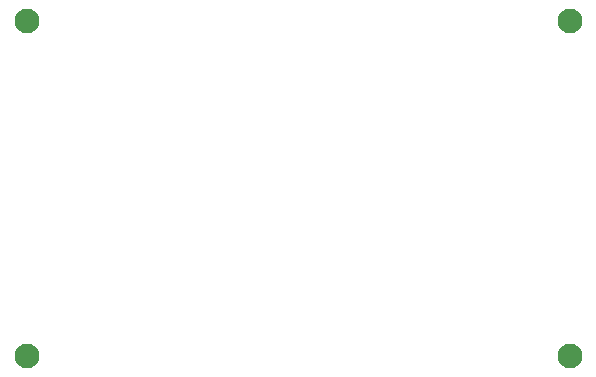
<source format=gbr>
%TF.GenerationSoftware,KiCad,Pcbnew,9.0.4*%
%TF.CreationDate,2025-09-27T01:32:33+08:00*%
%TF.ProjectId,KiCAD_Proj (MCU datalogger),4b694341-445f-4507-926f-6a20284d4355,rev?*%
%TF.SameCoordinates,Original*%
%TF.FileFunction,NonPlated,1,2,NPTH,Drill*%
%TF.FilePolarity,Positive*%
%FSLAX46Y46*%
G04 Gerber Fmt 4.6, Leading zero omitted, Abs format (unit mm)*
G04 Created by KiCad (PCBNEW 9.0.4) date 2025-09-27 01:32:33*
%MOMM*%
%LPD*%
G01*
G04 APERTURE LIST*
%TA.AperFunction,ComponentDrill*%
%ADD10C,2.100000*%
%TD*%
G04 APERTURE END LIST*
D10*
%TO.C,H1*%
X91440000Y-77343000D03*
%TO.C,H2*%
X91440000Y-105664000D03*
%TO.C,H3*%
X137414000Y-77343000D03*
%TO.C,H4*%
X137414000Y-105664000D03*
M02*

</source>
